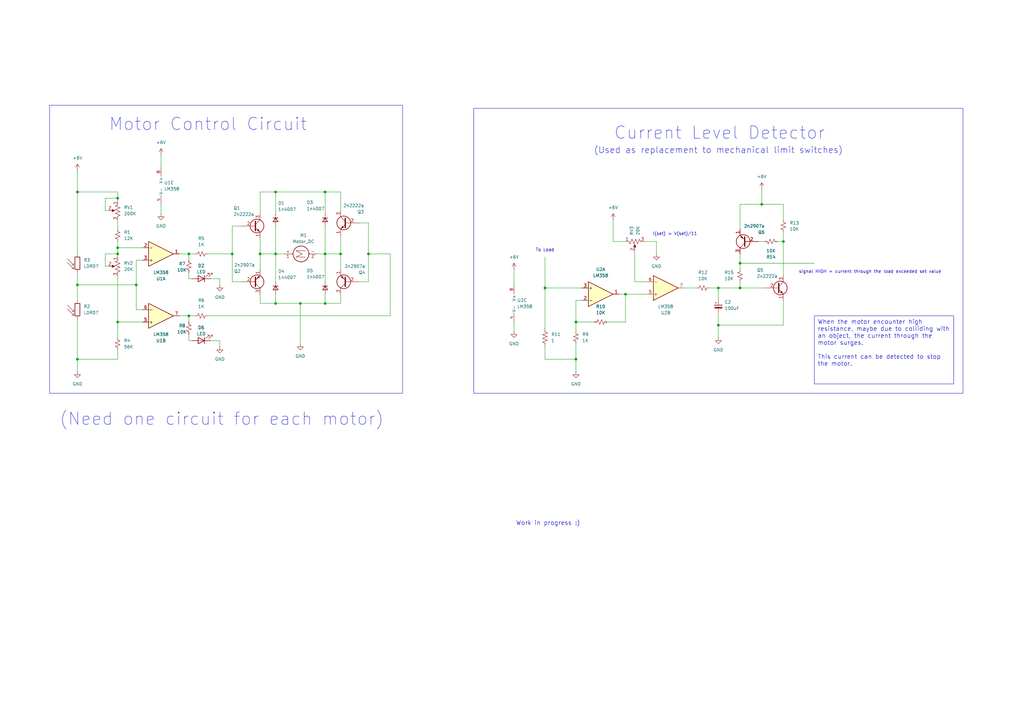
<source format=kicad_sch>
(kicad_sch (version 20231120) (generator "eeschema") (generator_version "8.0")
  (paper "A3")
  (lib_symbols
    (symbol "Amplifier_Operational:LM358" (pin_names (offset 0.127))
      (property "Reference" "U" (at 0 5.08 0))
      (property "Value" "LM358" (at 0 -5.08 0))
      (symbol "LM358_1_1"
        (polyline (pts (xy -5.08 5.08) (xy 5.08 0) (xy -5.08 -5.08) (xy -5.08 5.08)) (stroke (width 0.254)) (fill (type background)))
        (pin output line (at 7.62 0 180) (length 2.54) (name "~") (number "1"))
        (pin input line (at -7.62 -2.54 0) (length 2.54) (name "-") (number "2"))
        (pin input line (at -7.62 2.54 0) (length 2.54) (name "+") (number "3"))
      )
      (symbol "LM358_2_1"
        (polyline (pts (xy -5.08 5.08) (xy 5.08 0) (xy -5.08 -5.08) (xy -5.08 5.08)) (stroke (width 0.254)) (fill (type background)))
        (pin input line (at -7.62 2.54 0) (length 2.54) (name "+") (number "5"))
        (pin input line (at -7.62 -2.54 0) (length 2.54) (name "-") (number "6"))
        (pin output line (at 7.62 0 180) (length 2.54) (name "~") (number "7"))
      )
      (symbol "LM358_3_1"
        (pin power_in line (at -2.54 -7.62 90) (length 3.81) (name "V-") (number "4"))
        (pin power_in line (at -2.54 7.62 270) (length 3.81) (name "V+") (number "8"))
      )
    )
    (symbol "Device:C_Polarized_Small" (pin_numbers hide) (pin_names (offset 0.254) hide)
      (property "Reference" "C" (at 0.254 1.778 0))
      (property "Value" "C_Polarized_Small" (at 0.254 -2.032 0))
      (symbol "C_Polarized_Small_0_1"
        (rectangle (start -1.524 -0.3048) (end 1.524 -0.6858) (fill (type outline)))
        (rectangle (start -1.524 0.6858) (end 1.524 0.3048))
        (polyline (pts (xy -1.27 1.524) (xy -0.762 1.524)))
        (polyline (pts (xy -1.016 1.27) (xy -1.016 1.778)))
      )
      (symbol "C_Polarized_Small_1_1"
        (pin passive line (at 0 2.54 270) (length 1.8542) (name "~") (number "1"))
        (pin passive line (at 0 -2.54 90) (length 1.8542) (name "~") (number "2"))
      )
    )
    (symbol "Device:D_Small" (pin_numbers hide) (pin_names (offset 0.254) hide)
      (property "Reference" "D" (at -1.27 2.032 0))
      (property "Value" "D_Small" (at -3.81 -2.032 0))
      (symbol "D_Small_0_1"
        (polyline (pts (xy -0.762 -1.016) (xy -0.762 1.016)) (stroke (width 0.254)))
        (polyline (pts (xy -0.762 0) (xy 0.762 0)))
        (polyline (pts (xy 0.762 -1.016) (xy -0.762 0) (xy 0.762 1.016) (xy 0.762 -1.016)) (stroke (width 0.254)))
      )
      (symbol "D_Small_1_1"
        (pin passive line (at -2.54 0 0) (length 1.778) (name "K") (number "1"))
        (pin passive line (at 2.54 0 180) (length 1.778) (name "A") (number "2"))
      )
    )
    (symbol "Device:LED" (pin_numbers hide) (pin_names (offset 1.016) hide)
      (property "Reference" "D" (at 0 2.54 0))
      (property "Value" "LED" (at 0 -2.54 0))
      (symbol "LED_0_1"
        (polyline (pts (xy -1.27 -1.27) (xy -1.27 1.27)) (stroke (width 0.254)))
        (polyline (pts (xy -1.27 0) (xy 1.27 0)))
        (polyline (pts (xy 1.27 -1.27) (xy 1.27 1.27) (xy -1.27 0) (xy 1.27 -1.27)) (stroke (width 0.254)))
        (polyline (pts (xy -3.048 -0.762) (xy -4.572 -2.286) (xy -3.81 -2.286) (xy -4.572 -2.286) (xy -4.572 -1.524)))
        (polyline (pts (xy -1.778 -0.762) (xy -3.302 -2.286) (xy -2.54 -2.286) (xy -3.302 -2.286) (xy -3.302 -1.524)))
      )
      (symbol "LED_1_1"
        (pin passive line (at -3.81 0 0) (length 2.54) (name "K") (number "1"))
        (pin passive line (at 3.81 0 180) (length 2.54) (name "A") (number "2"))
      )
    )
    (symbol "Device:Q_NPN_EBC" (pin_names (offset 0) hide)
      (property "Reference" "Q" (at 5.08 1.27 0))
      (property "Value" "Q_NPN_EBC" (at 5.08 -1.27 0))
      (symbol "Q_NPN_EBC_0_1"
        (polyline (pts (xy 0.635 0.635) (xy 2.54 2.54)))
        (polyline (pts (xy 0.635 -0.635) (xy 2.54 -2.54) (xy 2.54 -2.54)))
        (polyline (pts (xy 0.635 1.905) (xy 0.635 -1.905) (xy 0.635 -1.905)) (stroke (width 0.508)))
        (polyline (pts (xy 1.27 -1.778) (xy 1.778 -1.27) (xy 2.286 -2.286) (xy 1.27 -1.778) (xy 1.27 -1.778)) (fill (type outline)))
        (circle (center 1.27 0) (radius 2.8194) (stroke (width 0.254)))
      )
      (symbol "Q_NPN_EBC_1_1"
        (pin passive line (at 2.54 -5.08 90) (length 2.54) (name "E") (number "1"))
        (pin passive line (at -5.08 0 0) (length 5.715) (name "B") (number "2"))
        (pin passive line (at 2.54 5.08 270) (length 2.54) (name "C") (number "3"))
      )
    )
    (symbol "Device:Q_PNP_EBC" (pin_names (offset 0) hide)
      (property "Reference" "Q" (at 5.08 1.27 0))
      (property "Value" "Q_PNP_EBC" (at 5.08 -1.27 0))
      (symbol "Q_PNP_EBC_0_1"
        (polyline (pts (xy 0.635 0.635) (xy 2.54 2.54)))
        (polyline (pts (xy 0.635 -0.635) (xy 2.54 -2.54) (xy 2.54 -2.54)))
        (polyline (pts (xy 0.635 1.905) (xy 0.635 -1.905) (xy 0.635 -1.905)) (stroke (width 0.508)))
        (polyline (pts (xy 2.286 -1.778) (xy 1.778 -2.286) (xy 1.27 -1.27) (xy 2.286 -1.778) (xy 2.286 -1.778)) (fill (type outline)))
        (circle (center 1.27 0) (radius 2.8194) (stroke (width 0.254)))
      )
      (symbol "Q_PNP_EBC_1_1"
        (pin passive line (at 2.54 -5.08 90) (length 2.54) (name "E") (number "1"))
        (pin input line (at -5.08 0 0) (length 5.715) (name "B") (number "2"))
        (pin passive line (at 2.54 5.08 270) (length 2.54) (name "C") (number "3"))
      )
    )
    (symbol "Device:R_Potentiometer_US" (pin_names (offset 1.016) hide)
      (property "Reference" "RV" (at -4.445 0 90))
      (property "Value" "R_Potentiometer_US" (at -2.54 0 90))
      (symbol "R_Potentiometer_US_0_1"
        (polyline (pts (xy 0 -2.286) (xy 0 -2.54)))
        (polyline (pts (xy 0 2.54) (xy 0 2.286)))
        (polyline (pts (xy 2.54 0) (xy 1.524 0)))
        (polyline (pts (xy 1.143 0) (xy 2.286 0.508) (xy 2.286 -0.508) (xy 1.143 0)) (fill (type outline)))
        (polyline (pts (xy 0 -0.762) (xy 1.016 -1.143) (xy 0 -1.524) (xy -1.016 -1.905) (xy 0 -2.286)))
        (polyline (pts (xy 0 0.762) (xy 1.016 0.381) (xy 0 0) (xy -1.016 -0.381) (xy 0 -0.762)))
        (polyline (pts (xy 0 2.286) (xy 1.016 1.905) (xy 0 1.524) (xy -1.016 1.143) (xy 0 0.762)))
      )
      (symbol "R_Potentiometer_US_1_1"
        (pin passive line (at 0 3.81 270) (length 1.27) (name "1") (number "1"))
        (pin passive line (at 3.81 0 180) (length 1.27) (name "2") (number "2"))
        (pin passive line (at 0 -3.81 90) (length 1.27) (name "3") (number "3"))
      )
    )
    (symbol "Device:R_Small_US" (pin_numbers hide) (pin_names (offset 0.254) hide)
      (property "Reference" "R" (at 0.762 0.508 0))
      (property "Value" "R_Small_US" (at 0.762 -1.016 0))
      (symbol "R_Small_US_1_1"
        (polyline (pts (xy 0 0) (xy 1.016 -0.381) (xy 0 -0.762) (xy -1.016 -1.143) (xy 0 -1.524)))
        (polyline (pts (xy 0 1.524) (xy 1.016 1.143) (xy 0 0.762) (xy -1.016 0.381) (xy 0 0)))
        (pin passive line (at 0 2.54 270) (length 1.016) (name "~") (number "1"))
        (pin passive line (at 0 -2.54 90) (length 1.016) (name "~") (number "2"))
      )
    )
    (symbol "Device:R_US" (pin_numbers hide) (pin_names (offset 0))
      (property "Reference" "R" (at 2.54 0 90))
      (property "Value" "R_US" (at -2.54 0 90))
      (symbol "R_US_0_1"
        (polyline (pts (xy 0 -2.286) (xy 0 -2.54)))
        (polyline (pts (xy 0 2.286) (xy 0 2.54)))
        (polyline (pts (xy 0 -0.762) (xy 1.016 -1.143) (xy 0 -1.524) (xy -1.016 -1.905) (xy 0 -2.286)))
        (polyline (pts (xy 0 0.762) (xy 1.016 0.381) (xy 0 0) (xy -1.016 -0.381) (xy 0 -0.762)))
        (polyline (pts (xy 0 2.286) (xy 1.016 1.905) (xy 0 1.524) (xy -1.016 1.143) (xy 0 0.762)))
      )
      (symbol "R_US_1_1"
        (pin passive line (at 0 3.81 270) (length 1.27) (name "~") (number "1"))
        (pin passive line (at 0 -3.81 90) (length 1.27) (name "~") (number "2"))
      )
    )
    (symbol "Motor:Motor_DC" (pin_names (offset 0))
      (property "Reference" "M" (at 2.54 2.54 0))
      (property "Value" "Motor_DC" (at 2.54 -5.08 0))
      (symbol "Motor_DC_0_0"
        (polyline (pts (xy -1.27 -3.302) (xy -1.27 0.508) (xy 0 -2.032) (xy 1.27 0.508) (xy 1.27 -3.302)))
      )
      (symbol "Motor_DC_0_1"
        (circle (center 0 -1.524) (radius 3.2512) (stroke (width 0.254)))
        (polyline (pts (xy 0 -7.62) (xy 0 -7.112)))
        (polyline (pts (xy 0 -4.7752) (xy 0 -5.1816)))
        (polyline (pts (xy 0 1.7272) (xy 0 2.0828)))
        (polyline (pts (xy 0 2.032) (xy 0 2.54)))
      )
      (symbol "Motor_DC_1_1"
        (pin passive line (at 0 5.08 270) (length 2.54) (name "+") (number "1"))
        (pin passive line (at 0 -7.62 90) (length 2.54) (name "-") (number "2"))
      )
    )
    (symbol "Sensor_Optical:LDR07" (pin_numbers hide) (pin_names (offset 0))
      (property "Reference" "R" (at -5.08 0 90))
      (property "Value" "LDR07" (at 1.905 0 90))
      (symbol "LDR07_0_1"
        (rectangle (start -1.016 2.54) (end 1.016 -2.54) (stroke (width 0.254)))
        (polyline (pts (xy -1.524 -2.286) (xy -4.064 0.254)))
        (polyline (pts (xy -1.524 -2.286) (xy -2.286 -2.286)))
        (polyline (pts (xy -1.524 -2.286) (xy -1.524 -1.524)))
        (polyline (pts (xy -1.524 -0.762) (xy -4.064 1.778)))
        (polyline (pts (xy -1.524 -0.762) (xy -2.286 -0.762)))
        (polyline (pts (xy -1.524 -0.762) (xy -1.524 0)))
      )
      (symbol "LDR07_1_1"
        (pin passive line (at 0 3.81 270) (length 1.27) (name "~") (number "1"))
        (pin passive line (at 0 -3.81 90) (length 1.27) (name "~") (number "2"))
      )
    )
    (symbol "power:+6V" (power) (pin_numbers hide) (pin_names (offset 0) hide)
      (property "Value" "+6V" (at 0 3.556 0))
      (symbol "+6V_0_1"
        (polyline (pts (xy -0.762 1.27) (xy 0 2.54)))
        (polyline (pts (xy 0 0) (xy 0 2.54)))
        (polyline (pts (xy 0 2.54) (xy 0.762 1.27)))
      )
      (symbol "+6V_1_1"
        (pin power_in line (at 0 0 90) (length 0) (name "~") (number "1"))
      )
    )
    (symbol "power:GND" (power) (pin_numbers hide) (pin_names (offset 0) hide)
      (property "Value" "GND" (at 0 -3.81 0))
      (symbol "GND_0_1"
        (polyline (pts (xy 0 0) (xy 0 -1.27) (xy 1.27 -1.27) (xy 0 -2.54) (xy -1.27 -1.27) (xy 0 -1.27)))
      )
      (symbol "GND_1_1"
        (pin power_in line (at 0 0 270) (length 0) (name "~") (number "1"))
      )
    )
  )
  (junction (at 294.64 118.11))
  (junction (at 256.54 120.65))
  (junction (at 236.22 147.32))
  (junction (at 77.47 129.54))
  (junction (at 133.35 124.46))
  (junction (at 106.68 104.14))
  (junction (at 48.26 132.08))
  (junction (at 303.53 107.95))
  (junction (at 123.19 124.46))
  (junction (at 312.42 83.82))
  (junction (at 321.31 99.06))
  (junction (at 113.03 124.46))
  (junction (at 31.75 147.32))
  (junction (at 223.52 118.11))
  (junction (at 77.47 104.14))
  (junction (at 139.7 104.14))
  (junction (at 31.75 78.74))
  (junction (at 95.25 104.14))
  (junction (at 113.03 78.74))
  (junction (at 55.88 116.84))
  (junction (at 31.75 116.84))
  (junction (at 48.26 101.6))
  (junction (at 151.13 104.14))
  (junction (at 113.03 104.14))
  (junction (at 133.35 104.14))
  (junction (at 133.35 78.74))
  (junction (at 303.53 118.11))
  (junction (at 48.26 104.14))
  (junction (at 294.64 133.35))
  (junction (at 48.26 81.28))
  (junction (at 236.22 132.08))
  (wire (pts (xy 106.68 97.79) (xy 106.68 104.14)))
  (wire (pts (xy 123.19 124.46) (xy 123.19 140.97)))
  (wire (pts (xy 280.67 118.11) (xy 285.75 118.11)))
  (wire (pts (xy 133.35 104.14) (xy 133.35 115.57)))
  (wire (pts (xy 48.26 132.08) (xy 58.42 132.08)))
  (wire (pts (xy 223.52 118.11) (xy 223.52 134.62)))
  (wire (pts (xy 139.7 124.46) (xy 139.7 120.65)))
  (wire (pts (xy 294.64 118.11) (xy 294.64 123.19)))
  (wire (pts (xy 223.52 147.32) (xy 236.22 147.32)))
  (wire (pts (xy 106.68 87.63) (xy 106.68 78.74)))
  (wire (pts (xy 243.84 132.08) (xy 236.22 132.08)))
  (wire (pts (xy 113.03 92.71) (xy 113.03 104.14)))
  (wire (pts (xy 223.52 142.24) (xy 223.52 147.32)))
  (wire (pts (xy 160.02 104.14) (xy 151.13 104.14)))
  (wire (pts (xy 106.68 78.74) (xy 113.03 78.74)))
  (wire (pts (xy 210.82 110.49) (xy 210.82 116.84)))
  (wire (pts (xy 113.03 104.14) (xy 116.84 104.14)))
  (wire (pts (xy 73.66 129.54) (xy 77.47 129.54)))
  (wire (pts (xy 303.53 115.57) (xy 303.53 118.11)))
  (wire (pts (xy 321.31 83.82) (xy 321.31 90.17)))
  (wire (pts (xy 113.03 124.46) (xy 123.19 124.46)))
  (wire (pts (xy 265.43 120.65) (xy 256.54 120.65)))
  (wire (pts (xy 294.64 128.27) (xy 294.64 133.35)))
  (wire (pts (xy 303.53 107.95) (xy 303.53 110.49)))
  (wire (pts (xy 210.82 132.08) (xy 210.82 135.89)))
  (wire (pts (xy 256.54 132.08) (xy 248.92 132.08)))
  (wire (pts (xy 113.03 104.14) (xy 113.03 115.57)))
  (wire (pts (xy 260.35 115.57) (xy 260.35 102.87)))
  (wire (pts (xy 44.45 109.22) (xy 43.18 109.22)))
  (wire (pts (xy 48.26 104.14) (xy 48.26 105.41)))
  (wire (pts (xy 321.31 95.25) (xy 321.31 99.06)))
  (wire (pts (xy 160.02 129.54) (xy 160.02 104.14)))
  (wire (pts (xy 66.04 63.5) (xy 66.04 68.58)))
  (wire (pts (xy 294.64 118.11) (xy 303.53 118.11)))
  (wire (pts (xy 66.04 83.82) (xy 66.04 87.63)))
  (wire (pts (xy 303.53 83.82) (xy 312.42 83.82)))
  (wire (pts (xy 48.26 143.51) (xy 48.26 147.32)))
  (wire (pts (xy 48.26 101.6) (xy 48.26 104.14)))
  (wire (pts (xy 113.03 78.74) (xy 133.35 78.74)))
  (wire (pts (xy 48.26 81.28) (xy 48.26 78.74)))
  (wire (pts (xy 133.35 124.46) (xy 139.7 124.46)))
  (wire (pts (xy 77.47 111.76) (xy 77.47 114.3)))
  (wire (pts (xy 106.68 104.14) (xy 113.03 104.14)))
  (wire (pts (xy 48.26 101.6) (xy 48.26 99.06)))
  (wire (pts (xy 77.47 114.3) (xy 78.74 114.3)))
  (wire (pts (xy 236.22 123.19) (xy 238.76 123.19)))
  (wire (pts (xy 133.35 87.63) (xy 133.35 78.74)))
  (wire (pts (xy 48.26 82.55) (xy 48.26 81.28)))
  (wire (pts (xy 31.75 147.32) (xy 31.75 152.4)))
  (wire (pts (xy 43.18 109.22) (xy 43.18 104.14)))
  (wire (pts (xy 55.88 116.84) (xy 55.88 127)))
  (wire (pts (xy 77.47 104.14) (xy 80.01 104.14)))
  (wire (pts (xy 77.47 129.54) (xy 77.47 132.08)))
  (wire (pts (xy 77.47 129.54) (xy 80.01 129.54)))
  (wire (pts (xy 44.45 86.36) (xy 43.18 86.36)))
  (wire (pts (xy 106.68 124.46) (xy 113.03 124.46)))
  (wire (pts (xy 133.35 104.14) (xy 139.7 104.14)))
  (wire (pts (xy 139.7 104.14) (xy 139.7 110.49)))
  (wire (pts (xy 321.31 133.35) (xy 294.64 133.35)))
  (wire (pts (xy 106.68 104.14) (xy 106.68 110.49)))
  (wire (pts (xy 55.88 127) (xy 58.42 127)))
  (wire (pts (xy 312.42 83.82) (xy 321.31 83.82)))
  (wire (pts (xy 95.25 92.71) (xy 95.25 104.14)))
  (wire (pts (xy 48.26 90.17) (xy 48.26 93.98)))
  (wire (pts (xy 256.54 120.65) (xy 256.54 132.08)))
  (wire (pts (xy 321.31 123.19) (xy 321.31 133.35)))
  (wire (pts (xy 31.75 69.85) (xy 31.75 78.74)))
  (wire (pts (xy 31.75 116.84) (xy 31.75 123.19)))
  (wire (pts (xy 99.06 92.71) (xy 95.25 92.71)))
  (wire (pts (xy 236.22 140.97) (xy 236.22 147.32)))
  (wire (pts (xy 95.25 115.57) (xy 99.06 115.57)))
  (wire (pts (xy 77.47 137.16) (xy 77.47 139.7)))
  (wire (pts (xy 312.42 77.47) (xy 312.42 83.82)))
  (wire (pts (xy 151.13 91.44) (xy 151.13 104.14)))
  (wire (pts (xy 318.77 99.06) (xy 321.31 99.06)))
  (wire (pts (xy 236.22 132.08) (xy 236.22 135.89)))
  (wire (pts (xy 58.42 106.68) (xy 55.88 106.68)))
  (wire (pts (xy 86.36 139.7) (xy 90.17 139.7)))
  (wire (pts (xy 90.17 114.3) (xy 90.17 116.84)))
  (wire (pts (xy 48.26 147.32) (xy 31.75 147.32)))
  (wire (pts (xy 43.18 81.28) (xy 48.26 81.28)))
  (wire (pts (xy 147.32 91.44) (xy 151.13 91.44)))
  (wire (pts (xy 90.17 139.7) (xy 90.17 142.24)))
  (wire (pts (xy 86.36 114.3) (xy 90.17 114.3)))
  (wire (pts (xy 139.7 96.52) (xy 139.7 104.14)))
  (wire (pts (xy 133.35 92.71) (xy 133.35 104.14)))
  (wire (pts (xy 31.75 78.74) (xy 31.75 104.14)))
  (wire (pts (xy 290.83 118.11) (xy 294.64 118.11)))
  (wire (pts (xy 303.53 93.98) (xy 303.53 83.82)))
  (wire (pts (xy 85.09 104.14) (xy 95.25 104.14)))
  (wire (pts (xy 151.13 115.57) (xy 147.32 115.57)))
  (wire (pts (xy 31.75 130.81) (xy 31.75 147.32)))
  (wire (pts (xy 238.76 118.11) (xy 223.52 118.11)))
  (wire (pts (xy 58.42 101.6) (xy 48.26 101.6)))
  (wire (pts (xy 113.03 78.74) (xy 113.03 87.63)))
  (wire (pts (xy 73.66 104.14) (xy 77.47 104.14)))
  (wire (pts (xy 85.09 129.54) (xy 160.02 129.54)))
  (wire (pts (xy 264.16 99.06) (xy 269.24 99.06)))
  (wire (pts (xy 251.46 99.06) (xy 256.54 99.06)))
  (wire (pts (xy 133.35 120.65) (xy 133.35 124.46)))
  (wire (pts (xy 236.22 132.08) (xy 236.22 123.19)))
  (wire (pts (xy 133.35 78.74) (xy 139.7 78.74)))
  (wire (pts (xy 265.43 115.57) (xy 260.35 115.57)))
  (wire (pts (xy 303.53 104.14) (xy 303.53 107.95)))
  (wire (pts (xy 77.47 139.7) (xy 78.74 139.7)))
  (wire (pts (xy 48.26 113.03) (xy 48.26 132.08)))
  (wire (pts (xy 151.13 104.14) (xy 151.13 115.57)))
  (wire (pts (xy 129.54 104.14) (xy 133.35 104.14)))
  (wire (pts (xy 77.47 104.14) (xy 77.47 106.68)))
  (wire (pts (xy 48.26 132.08) (xy 48.26 138.43)))
  (wire (pts (xy 269.24 99.06) (xy 269.24 104.14)))
  (wire (pts (xy 294.64 133.35) (xy 294.64 138.43)))
  (wire (pts (xy 95.25 104.14) (xy 95.25 115.57)))
  (wire (pts (xy 236.22 147.32) (xy 236.22 152.4)))
  (wire (pts (xy 55.88 106.68) (xy 55.88 116.84)))
  (wire (pts (xy 303.53 118.11) (xy 313.69 118.11)))
  (wire (pts (xy 43.18 86.36) (xy 43.18 81.28)))
  (wire (pts (xy 251.46 90.17) (xy 251.46 99.06)))
  (wire (pts (xy 254 120.65) (xy 256.54 120.65)))
  (wire (pts (xy 311.15 99.06) (xy 313.69 99.06)))
  (wire (pts (xy 223.52 105.41) (xy 223.52 118.11)))
  (wire (pts (xy 31.75 116.84) (xy 55.88 116.84)))
  (wire (pts (xy 106.68 120.65) (xy 106.68 124.46)))
  (wire (pts (xy 43.18 104.14) (xy 48.26 104.14)))
  (wire (pts (xy 31.75 111.76) (xy 31.75 116.84)))
  (wire (pts (xy 139.7 78.74) (xy 139.7 86.36)))
  (wire (pts (xy 123.19 124.46) (xy 133.35 124.46)))
  (wire (pts (xy 303.53 107.95) (xy 334.01 107.95)))
  (wire (pts (xy 321.31 99.06) (xy 321.31 113.03)))
  (wire (pts (xy 48.26 78.74) (xy 31.75 78.74)))
  (wire (pts (xy 113.03 120.65) (xy 113.03 124.46)))
  (rectangle (start 20.32 43.18) (end 165.1 161.29))
  (rectangle (start 194.31 44.45) (end 394.97 161.29))
  (text_box "When the motor encounter high resistance, maybe due to colliding with an object, the current through the motor surges.\n\nThis current can be detected to stop the motor." (at 334.01 129.54 0) (size 57.15 27.94) (effects (font (size 1.778 1.778)) (justify left top)))
  (text "signal HIGH = current through the load exceeded set value" (at 356.87 111.506 0) (effects (font (size 1.27 1.27))))
  (text "Motor Control Circuit" (at 85.344 51.054 0) (effects (font (size 5.08 5.08))))
  (text "(Need one circuit for each motor)" (at 90.932 171.958 0) (effects (font (size 5.08 5.08))))
  (text "I(set) = V(set)/11" (at 276.86 96.012 0) (effects (font (size 1.27 1.27))))
  (text "Current Level Detector" (at 295.148 54.61 0) (effects (font (size 5.08 5.08))))
  (text "To Load\n" (at 223.52 102.616 0) (effects (font (size 1.27 1.27))))
  (text "Work in progress :)" (at 224.79 214.63 0) (effects (font (size 1.778 1.778))))
  (text "(Used as replacement to mechanical limit switches)" (at 294.64 61.722 0) (effects (font (size 2.54 2.54))))
  (symbol (lib_id "Amplifier_Operational:LM358") (at 273.05 118.11 0) (mirror x) (unit 2)
    (property "Reference" "U2" (at 273.05 128.27 0))
    (property "Value" "LM358" (at 273.05 125.73 0))
    (property "Datasheet" "http://www.ti.com/lit/ds/symlink/lm2904-n.pdf" (effects (hide yes)))
    (property "Description" "Low-Power, Dual Operational Amplifiers, DIP-8/SOIC-8/TO-99-8" (effects (hide yes)))
  )
  (symbol (lib_id "Device:R_Small_US") (at 77.47 109.22 180) (unit 1)
    (property "Reference" "R7" (at 73.406 108.204 0) (effects (justify right)))
    (property "Value" "10K" (at 72.644 110.744 0) (effects (justify right)))
    (property "Description" "Resistor, small US symbol" (effects (hide yes)))
  )
  (symbol (lib_id "Device:Q_PNP_EBC") (at 142.24 115.57 180) (unit 1)
    (property "Reference" "Q4" (at 149.86 111.76 0) (effects (justify left)))
    (property "Value" "2n2907a" (at 149.86 109.22 0) (effects (justify left)))
    (property "Footprint" "Package_TO_SOT_THT:TO-92L_Inline_Wide" (effects (hide yes)))
    (property "Description" "PNP transistor, emitter/base/collector" (effects (hide yes)))
  )
  (symbol (lib_id "power:GND") (at 236.22 152.4 0) (unit 1)
    (property "Reference" "#PWR010" (effects (hide yes)))
    (property "Value" "GND" (at 236.22 157.48 0))
    (property "Description" "Power symbol creates a global label with name \"GND\" , ground" (effects (hide yes)))
  )
  (symbol (lib_id "Device:R_Small_US") (at 82.55 104.14 90) (unit 1)
    (property "Reference" "R5" (at 82.55 97.79 90))
    (property "Value" "1K" (at 82.55 100.33 90))
    (property "Description" "Resistor, small US symbol" (effects (hide yes)))
  )
  (symbol (lib_id "Device:Q_PNP_EBC") (at 104.14 115.57 0) (mirror x) (unit 1)
    (property "Reference" "Q2" (at 96.012 111.252 0) (effects (justify left)))
    (property "Value" "2n2907a" (at 96.012 108.712 0) (effects (justify left)))
    (property "Footprint" "Package_TO_SOT_THT:TO-92L_Inline_Wide" (effects (hide yes)))
    (property "Description" "PNP transistor, emitter/base/collector" (effects (hide yes)))
  )
  (symbol (lib_id "Device:Q_NPN_EBC") (at 318.77 118.11 0) (unit 1)
    (property "Reference" "Q5" (at 310.388 110.744 0) (effects (justify left)))
    (property "Value" "2n2222a" (at 310.388 113.284 0) (effects (justify left)))
    (property "Footprint" "Package_TO_SOT_THT:TO-92L_Inline_Wide" (effects (hide yes)))
    (property "Description" "NPN transistor, emitter/base/collector" (effects (hide yes)))
  )
  (symbol (lib_id "Device:Q_PNP_EBC") (at 306.07 99.06 180) (unit 1)
    (property "Reference" "Q6" (at 313.69 95.25 0) (effects (justify left)))
    (property "Value" "2n2907a" (at 313.69 92.71 0) (effects (justify left)))
    (property "Footprint" "Package_TO_SOT_THT:TO-92L_Inline_Wide" (effects (hide yes)))
    (property "Description" "PNP transistor, emitter/base/collector" (effects (hide yes)))
  )
  (symbol (lib_id "Device:C_Polarized_Small") (at 294.64 125.73 0) (unit 1)
    (property "Reference" "C2" (at 297.18 123.9138 0) (effects (justify left)))
    (property "Value" "100uF" (at 297.18 126.4538 0) (effects (justify left)))
    (property "Description" "Polarized capacitor, small symbol" (effects (hide yes)))
  )
  (symbol (lib_id "Device:R_Small_US") (at 236.22 138.43 180) (unit 1)
    (property "Reference" "R9" (at 238.76 137.1599 0) (effects (justify right)))
    (property "Value" "1K" (at 238.76 139.6999 0) (effects (justify right)))
    (property "Description" "Resistor, small US symbol" (effects (hide yes)))
  )
  (symbol (lib_id "Device:R_Small_US") (at 246.38 132.08 270) (unit 1)
    (property "Reference" "R10" (at 246.38 125.73 90))
    (property "Value" "10K" (at 246.38 128.27 90))
    (property "Description" "Resistor, small US symbol" (effects (hide yes)))
  )
  (symbol (lib_id "power:+6V") (at 251.46 90.17 0) (unit 1)
    (property "Reference" "#PWR012" (effects (hide yes)))
    (property "Value" "+6V" (at 251.46 85.09 0))
    (property "Description" "Power symbol creates a global label with name \"+6V\"" (effects (hide yes)))
  )
  (symbol (lib_id "Device:R_Small_US") (at 48.26 96.52 0) (unit 1)
    (property "Reference" "R1" (at 50.8 95.2499 0) (effects (justify left)))
    (property "Value" "12K" (at 50.8 97.7899 0) (effects (justify left)))
    (property "Description" "Resistor, small US symbol" (effects (hide yes)))
  )
  (symbol (lib_id "power:GND") (at 269.24 104.14 0) (unit 1)
    (property "Reference" "#PWR011" (effects (hide yes)))
    (property "Value" "GND" (at 269.24 109.22 0))
    (property "Description" "Power symbol creates a global label with name \"GND\" , ground" (effects (hide yes)))
  )
  (symbol (lib_id "power:+6V") (at 210.82 110.49 0) (unit 1)
    (property "Reference" "#PWR05" (effects (hide yes)))
    (property "Value" "+6V" (at 210.82 105.41 0))
    (property "Description" "Power symbol creates a global label with name \"+6V\"" (effects (hide yes)))
  )
  (symbol (lib_id "Device:Q_NPN_EBC") (at 142.24 91.44 0) (mirror y) (unit 1)
    (property "Reference" "Q3" (at 149.352 86.868 0) (effects (justify left)))
    (property "Value" "2n2222a" (at 149.352 84.328 0) (effects (justify left)))
    (property "Footprint" "Package_TO_SOT_THT:TO-92L_Inline_Wide" (effects (hide yes)))
    (property "Description" "NPN transistor, emitter/base/collector" (effects (hide yes)))
  )
  (symbol (lib_id "Amplifier_Operational:LM358") (at 66.04 104.14 0) (mirror x) (unit 1)
    (property "Reference" "U1" (at 66.04 114.3 0))
    (property "Value" "LM358" (at 66.04 111.76 0))
    (property "Datasheet" "http://www.ti.com/lit/ds/symlink/lm2904-n.pdf" (effects (hide yes)))
    (property "Description" "Low-Power, Dual Operational Amplifiers, DIP-8/SOIC-8/TO-99-8" (effects (hide yes)))
  )
  (symbol (lib_id "Amplifier_Operational:LM358") (at 68.58 76.2 0) (unit 3)
    (property "Reference" "U1" (at 67.31 74.9299 0) (effects (justify left)))
    (property "Value" "LM358" (at 67.31 77.4699 0) (effects (justify left)))
    (property "Datasheet" "http://www.ti.com/lit/ds/symlink/lm2904-n.pdf" (effects (hide yes)))
    (property "Description" "Low-Power, Dual Operational Amplifiers, DIP-8/SOIC-8/TO-99-8" (effects (hide yes)))
  )
  (symbol (lib_id "Device:D_Small") (at 113.03 90.17 270) (unit 1)
    (property "Reference" "D1" (at 114.046 83.312 90) (effects (justify left)))
    (property "Value" "1n4007" (at 114.046 85.852 90) (effects (justify left)))
    (property "Description" "Diode, small symbol" (effects (hide yes)))
    (property "Sim.Device" "D" (effects (hide yes)))
    (property "Sim.Pins" "1=K 2=A" (effects (hide yes)))
  )
  (symbol (lib_id "Sensor_Optical:LDR07") (at 31.75 127 0) (unit 1)
    (property "Reference" "R2" (at 34.29 125.7299 0) (effects (justify left)))
    (property "Value" "LDR07" (at 34.29 128.2699 0) (effects (justify left)))
    (property "Footprint" "OptoDevice:R_LDR_5.1x4.3mm_P3.4mm_Vertical" (effects (hide yes)))
    (property "Datasheet" "http://www.tme.eu/de/Document/f2e3ad76a925811312d226c31da4cd7e/LDR07.pdf" (effects (hide yes)))
    (property "Description" "light dependent resistor" (effects (hide yes)))
  )
  (symbol (lib_id "power:+6V") (at 312.42 77.47 0) (unit 1)
    (property "Reference" "#PWR014" (effects (hide yes)))
    (property "Value" "+6V" (at 312.42 72.39 0))
    (property "Description" "Power symbol creates a global label with name \"+6V\"" (effects (hide yes)))
  )
  (symbol (lib_id "Device:R_Potentiometer_US") (at 48.26 86.36 0) (mirror y) (unit 1)
    (property "Reference" "RV1" (at 50.8 85.0899 0) (effects (justify right)))
    (property "Value" "200K" (at 50.8 87.6299 0) (effects (justify right)))
    (property "Description" "Potentiometer, US symbol" (effects (hide yes)))
  )
  (symbol (lib_id "Device:LED") (at 82.55 139.7 180) (unit 1)
    (property "Reference" "D6" (at 82.55 134.366 0))
    (property "Value" "LED" (at 82.55 136.906 0))
    (property "Description" "Light emitting diode" (effects (hide yes)))
  )
  (symbol (lib_id "Device:R_US") (at 223.52 138.43 0) (unit 1)
    (property "Reference" "R11" (at 226.06 137.1599 0) (effects (justify left)))
    (property "Value" "1" (at 226.06 139.6999 0) (effects (justify left)))
    (property "Description" "Resistor, US symbol" (effects (hide yes)))
  )
  (symbol (lib_id "power:GND") (at 294.64 138.43 0) (unit 1)
    (property "Reference" "#PWR013" (effects (hide yes)))
    (property "Value" "GND" (at 294.64 143.51 0))
    (property "Description" "Power symbol creates a global label with name \"GND\" , ground" (effects (hide yes)))
  )
  (symbol (lib_id "power:+6V") (at 31.75 69.85 0) (unit 1)
    (property "Reference" "#PWR04" (effects (hide yes)))
    (property "Value" "+6V" (at 31.75 64.77 0))
    (property "Description" "Power symbol creates a global label with name \"+6V\"" (effects (hide yes)))
  )
  (symbol (lib_id "power:+6V") (at 66.04 63.5 0) (unit 1)
    (property "Reference" "#PWR07" (effects (hide yes)))
    (property "Value" "+6V" (at 66.04 58.42 0))
    (property "Description" "Power symbol creates a global label with name \"+6V\"" (effects (hide yes)))
  )
  (symbol (lib_id "Amplifier_Operational:LM358") (at 246.38 120.65 0) (unit 1)
    (property "Reference" "U2" (at 246.38 110.49 0))
    (property "Value" "LM358" (at 246.38 113.03 0))
    (property "Datasheet" "http://www.ti.com/lit/ds/symlink/lm2904-n.pdf" (effects (hide yes)))
    (property "Description" "Low-Power, Dual Operational Amplifiers, DIP-8/SOIC-8/TO-99-8" (effects (hide yes)))
  )
  (symbol (lib_id "Device:D_Small") (at 133.35 90.17 270) (unit 1)
    (property "Reference" "D3" (at 125.73 83.058 90) (effects (justify left)))
    (property "Value" "1n4007" (at 125.73 85.598 90) (effects (justify left)))
    (property "Description" "Diode, small symbol" (effects (hide yes)))
    (property "Sim.Device" "D" (effects (hide yes)))
    (property "Sim.Pins" "1=K 2=A" (effects (hide yes)))
  )
  (symbol (lib_id "power:GND") (at 31.75 152.4 0) (unit 1)
    (property "Reference" "#PWR01" (effects (hide yes)))
    (property "Value" "GND" (at 31.75 157.48 0))
    (property "Description" "Power symbol creates a global label with name \"GND\" , ground" (effects (hide yes)))
  )
  (symbol (lib_id "power:GND") (at 123.19 140.97 0) (unit 1)
    (property "Reference" "#PWR08" (effects (hide yes)))
    (property "Value" "GND" (at 123.19 146.05 0))
    (property "Description" "Power symbol creates a global label with name \"GND\" , ground" (effects (hide yes)))
  )
  (symbol (lib_id "Device:R_Potentiometer_US") (at 48.26 109.22 0) (mirror y) (unit 1)
    (property "Reference" "RV2" (at 50.8 107.9499 0) (effects (justify right)))
    (property "Value" "20K" (at 50.8 110.4899 0) (effects (justify right)))
    (property "Description" "Potentiometer, US symbol" (effects (hide yes)))
  )
  (symbol (lib_id "Device:LED") (at 82.55 114.3 180) (unit 1)
    (property "Reference" "D2" (at 82.55 108.966 0))
    (property "Value" "LED" (at 82.55 111.506 0))
    (property "Description" "Light emitting diode" (effects (hide yes)))
  )
  (symbol (lib_id "Device:R_Potentiometer_US") (at 260.35 99.06 90) (mirror x) (unit 1)
    (property "Reference" "RV3" (at 259.0799 96.52 0) (effects (justify right)))
    (property "Value" "20K" (at 261.6199 96.52 0) (effects (justify right)))
    (property "Description" "Potentiometer, US symbol" (effects (hide yes)))
  )
  (symbol (lib_id "Sensor_Optical:LDR07") (at 31.75 107.95 0) (unit 1)
    (property "Reference" "R3" (at 34.29 106.6799 0) (effects (justify left)))
    (property "Value" "LDR07" (at 34.29 109.2199 0) (effects (justify left)))
    (property "Footprint" "OptoDevice:R_LDR_5.1x4.3mm_P3.4mm_Vertical" (effects (hide yes)))
    (property "Datasheet" "http://www.tme.eu/de/Document/f2e3ad76a925811312d226c31da4cd7e/LDR07.pdf" (effects (hide yes)))
    (property "Description" "light dependent resistor" (effects (hide yes)))
  )
  (symbol (lib_id "Device:R_Small_US") (at 288.29 118.11 270) (unit 1)
    (property "Reference" "R12" (at 288.29 111.76 90))
    (property "Value" "10K" (at 288.29 114.3 90))
    (property "Description" "Resistor, small US symbol" (effects (hide yes)))
  )
  (symbol (lib_id "power:GND") (at 210.82 135.89 0) (unit 1)
    (property "Reference" "#PWR09" (effects (hide yes)))
    (property "Value" "GND" (at 210.82 140.97 0))
    (property "Description" "Power symbol creates a global label with name \"GND\" , ground" (effects (hide yes)))
  )
  (symbol (lib_id "Device:R_Small_US") (at 48.26 140.97 0) (unit 1)
    (property "Reference" "R4" (at 50.8 139.6999 0) (effects (justify left)))
    (property "Value" "56K" (at 50.8 142.2399 0) (effects (justify left)))
    (property "Description" "Resistor, small US symbol" (effects (hide yes)))
  )
  (symbol (lib_id "Device:Q_NPN_EBC") (at 104.14 92.71 0) (unit 1)
    (property "Reference" "Q1" (at 95.758 85.344 0) (effects (justify left)))
    (property "Value" "2n2222a" (at 95.758 87.884 0) (effects (justify left)))
    (property "Footprint" "Package_TO_SOT_THT:TO-92L_Inline_Wide" (effects (hide yes)))
    (property "Description" "NPN transistor, emitter/base/collector" (effects (hide yes)))
  )
  (symbol (lib_id "power:GND") (at 90.17 142.24 0) (unit 1)
    (property "Reference" "#PWR03" (effects (hide yes)))
    (property "Value" "GND" (at 90.17 147.32 0))
    (property "Description" "Power symbol creates a global label with name \"GND\" , ground" (effects (hide yes)))
  )
  (symbol (lib_id "Device:R_Small_US") (at 82.55 129.54 90) (unit 1)
    (property "Reference" "R6" (at 82.55 123.19 90))
    (property "Value" "1K" (at 82.55 125.73 90))
    (property "Description" "Resistor, small US symbol" (effects (hide yes)))
  )
  (symbol (lib_id "Device:R_Small_US") (at 321.31 92.71 0) (unit 1)
    (property "Reference" "R13" (at 323.85 91.4399 0) (effects (justify left)))
    (property "Value" "10K" (at 323.85 93.9799 0) (effects (justify left)))
    (property "Description" "Resistor, small US symbol" (effects (hide yes)))
  )
  (symbol (lib_id "Amplifier_Operational:LM358") (at 213.36 124.46 0) (unit 3)
    (property "Reference" "U2" (at 212.09 123.1899 0) (effects (justify left)))
    (property "Value" "LM358" (at 212.09 125.7299 0) (effects (justify left)))
    (property "Datasheet" "http://www.ti.com/lit/ds/symlink/lm2904-n.pdf" (effects (hide yes)))
    (property "Description" "Low-Power, Dual Operational Amplifiers, DIP-8/SOIC-8/TO-99-8" (effects (hide yes)))
  )
  (symbol (lib_id "Motor:Motor_DC") (at 121.92 104.14 90) (unit 1)
    (property "Reference" "M1" (at 124.46 96.52 90))
    (property "Value" "Motor_DC" (at 124.46 99.06 90))
    (property "Description" "DC Motor" (effects (hide yes)))
  )
  (symbol (lib_id "Device:D_Small") (at 133.35 118.11 270) (unit 1)
    (property "Reference" "D5" (at 125.73 110.998 90) (effects (justify left)))
    (property "Value" "1n4007" (at 125.73 113.538 90) (effects (justify left)))
    (property "Description" "Diode, small symbol" (effects (hide yes)))
    (property "Sim.Device" "D" (effects (hide yes)))
    (property "Sim.Pins" "1=K 2=A" (effects (hide yes)))
  )
  (symbol (lib_id "Device:D_Small") (at 113.03 118.11 270) (unit 1)
    (property "Reference" "D4" (at 114.046 111.252 90) (effects (justify left)))
    (property "Value" "1n4007" (at 114.046 113.792 90) (effects (justify left)))
    (property "Description" "Diode, small symbol" (effects (hide yes)))
    (property "Sim.Device" "D" (effects (hide yes)))
    (property "Sim.Pins" "1=K 2=A" (effects (hide yes)))
  )
  (symbol (lib_id "Device:R_Small_US") (at 77.47 134.62 180) (unit 1)
    (property "Reference" "R8" (at 73.406 133.604 0) (effects (justify right)))
    (property "Value" "10K" (at 72.644 136.144 0) (effects (justify right)))
    (property "Description" "Resistor, small US symbol" (effects (hide yes)))
  )
  (symbol (lib_id "Device:R_Small_US") (at 303.53 113.03 0) (mirror y) (unit 1)
    (property "Reference" "R15" (at 300.99 111.7599 0) (effects (justify left)))
    (property "Value" "10K" (at 300.99 114.2999 0) (effects (justify left)))
    (property "Description" "Resistor, small US symbol" (effects (hide yes)))
  )
  (symbol (lib_id "Device:R_Small_US") (at 316.23 99.06 270) (mirror x) (unit 1)
    (property "Reference" "R14" (at 316.23 105.41 90))
    (property "Value" "10K" (at 316.23 102.87 90))
    (property "Description" "Resistor, small US symbol" (effects (hide yes)))
  )
  (symbol (lib_id "power:GND") (at 66.04 87.63 0) (unit 1)
    (property "Reference" "#PWR06" (effects (hide yes)))
    (property "Value" "GND" (at 66.04 92.71 0))
    (property "Description" "Power symbol creates a global label with name \"GND\" , ground" (effects (hide yes)))
  )
  (symbol (lib_id "Amplifier_Operational:LM358") (at 66.04 129.54 0) (mirror x) (unit 2)
    (property "Reference" "U1" (at 66.04 139.7 0))
    (property "Value" "LM358" (at 66.04 137.16 0))
    (property "Datasheet" "http://www.ti.com/lit/ds/symlink/lm2904-n.pdf" (effects (hide yes)))
    (property "Description" "Low-Power, Dual Operational Amplifiers, DIP-8/SOIC-8/TO-99-8" (effects (hide yes)))
  )
  (symbol (lib_id "power:GND") (at 90.17 116.84 0) (unit 1)
    (property "Reference" "#PWR02" (effects (hide yes)))
    (property "Value" "GND" (at 90.17 121.92 0))
    (property "Description" "Power symbol creates a global label with name \"GND\" , ground" (effects (hide yes)))
  )
)
</source>
